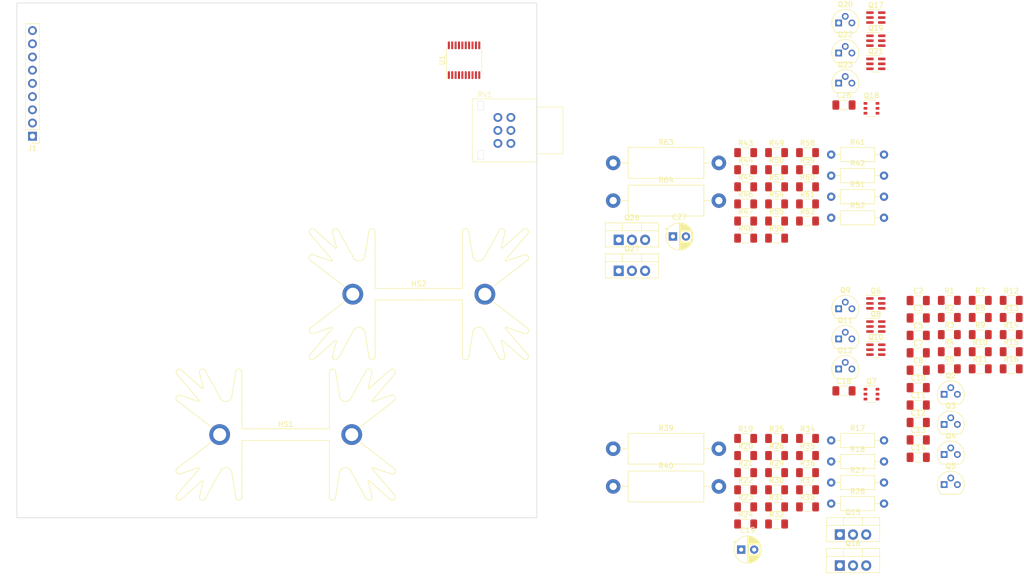
<source format=kicad_pcb>
(kicad_pcb (version 20221018) (generator pcbnew)
  (title_block (title "USB DAC & Headphone Amplifier") (date "2023-03-24") (rev "1") (comment 3 "License: MIT License") (comment 4 "Author: Jona Heinke"))
  (layers (0 "F.Cu" signal) (1 "In1.Cu" signal) (2 "In2.Cu" signal) (31 "B.Cu" signal) (36 "B.SilkS" user "B.Silkscreen") (37 "F.SilkS" user "F.Silkscreen") (38 "B.Mask" user) (39 "F.Mask" user) (44 "Edge.Cuts" user))
  (net 0 "")
  (net 1 "GNDA")
  (net 2 "Net-(U1-LDOO)")
  (net 3 "Net-(U1-CPVDD)")
  (net 4 "Net-(U1-VNEG)")
  (net 5 "+3V3")
  (net 6 "Net-(U1-CAPP)")
  (net 7 "Net-(U1-CAPM)")
  (net 8 "Net-(U1-AVDD)")
  (net 9 "+30V")
  (net 10 "-30V")
  (net 11 "/LRCK")
  (net 12 "/BCK")
  (net 13 "/SCK")
  (net 14 "/DATA")
  (net 15 "/SSPND")
  (net 16 "Net-(C11-Pad2)")
  (net 17 "Net-(C12-Pad2)")
  (net 18 "/AMP_L")
  (net 19 "Net-(Q3-C)")
  (net 20 "Net-(C13-Pad2)")
  (net 21 "Net-(Q4-C)")
  (net 22 "/AMP_R")
  (net 23 "Net-(C14-Pad2)")
  (net 24 "Net-(Q11-C)")
  (net 25 "Net-(Q17A-C)")
  (net 26 "Net-(Q22-C)")
  (net 27 "Net-(Q2-B)")
  (net 28 "Net-(Q2-E)")
  (net 29 "Net-(Q6A-B)")
  (net 30 "Net-(Q6A-C)")
  (net 31 "Net-(Q6B-C)")
  (net 32 "Net-(Q4-B)")
  (net 33 "Net-(Q5-C)")
  (net 34 "Net-(Q8A-E)")
  (net 36 "Net-(Q6B-B)")
  (net 37 "Net-(Q6B-E)")
  (net 38 "Net-(Q6A-E)")
  (net 39 "Net-(Q7A-B)")
  (net 40 "Net-(Q7A-C)")
  (net 41 "Net-(Q11-E)")
  (net 42 "Net-(Q13-E)")
  (net 43 "Net-(Q12-E)")
  (net 44 "Net-(Q14-E)")
  (net 45 "Net-(Q7B-C)")
  (net 46 "Net-(Q8B-E)")
  (net 47 "Net-(Q24-E)")
  (net 48 "Net-(Q12-B)")
  (net 49 "Net-(Q10A-B)")
  (net 50 "Net-(Q10A-C)")
  (net 51 "Net-(Q10B-C)")
  (net 52 "Net-(D11-RA)")
  (net 53 "Net-(D11-GA)")
  (net 54 "Net-(D11-BA)")
  (net 55 "Net-(Q11-B)")
  (net 56 "Net-(Q15-E)")
  (net 57 "Net-(Q16-E)")
  (net 58 "Net-(Q17A-B)")
  (net 59 "Net-(R24-Pad1)")
  (net 60 "Net-(Q17B-B)")
  (net 61 "Net-(Q17B-C)")
  (net 62 "Net-(Q18A-B)")
  (net 63 "Net-(Q18A-C)")
  (net 64 "Net-(Q19B-E)")
  (net 65 "Net-(Q19A-E)")
  (net 66 "Net-(Q17B-E)")
  (net 67 "Net-(Q17A-E)")
  (net 68 "Net-(Q20-E)")
  (net 69 "Net-(Q18B-C)")
  (net 70 "Net-(Q21A-B)")
  (net 71 "Net-(Q21A-C)")
  (net 72 "Net-(Q21B-C)")
  (net 73 "Net-(Q22-B)")
  (net 74 "Net-(Q26-E)")
  (net 75 "Net-(Q25-E)")
  (net 76 "Net-(Q27-E)")
  (net 77 "Net-(K1-Pad10)")
  (net 78 "Net-(K1-Pad3)")
  (net 79 "Net-(D5-K)")
  (net 80 "Net-(Q23-E)")
  (net 81 "Net-(Q22-E)")
  (net 82 "/OUT_L")
  (net 83 "/OUT_R")
  (net 84 "/DAC_L")
  (net 85 "Net-(C16-Pad1)")
  (net 86 "Net-(R21-Pad2)")
  (net 87 "Net-(R32-Pad1)")
  (net 88 "/DAC_R")
  (net 89 "Net-(C24-Pad1)")
  (net 90 "Net-(R45-Pad2)")
  (net 91 "Net-(R48-Pad1)")
  (net 92 "Net-(R56-Pad1)")
  (net 93 "Net-(C17-Pad1)")
  (net 94 "Net-(C25-Pad1)")
  (footprint "Capacitor_SMD:C_1206_3216Metric_Pad1.33x1.80mm_HandSolder" (layer "F.Cu") (at 173.34 60.57)
    (fp_text reference "C3" (at 0 -1.85) (layer "F.SilkS"))
    (fp_text value "2u2")
    (pad "1" smd roundrect (at -1.5625 0) (size 1.325 1.8) (layers "F.Cu" "F.Paste" "F.Mask") (roundrect_rratio 0.188679) (net 3 "Net-(U1-CPVDD)"))
    (pad "2" smd roundrect (at 1.5625 0) (size 1.325 1.8) (layers "F.Cu" "F.Paste" "F.Mask") (roundrect_rratio 0.188679) (net 1 "GNDA"))
  )
  (footprint "Capacitor_SMD:C_1206_3216Metric_Pad1.33x1.80mm_HandSolder" (layer "F.Cu") (at 173.34 87.37)
    (fp_text reference "C14" (at 0 -1.85) (layer "F.SilkS"))
    (fp_text value "10u")
    (pad "1" smd roundrect (at -1.5625 0) (size 1.325 1.8) (layers "F.Cu" "F.Paste" "F.Mask") (roundrect_rratio 0.188679) (net 22 "/AMP_R"))
    (pad "2" smd roundrect (at 1.5625 0) (size 1.325 1.8) (layers "F.Cu" "F.Paste" "F.Mask") (roundrect_rratio 0.188679) (net 23 "Net-(C14-Pad2)"))
  )
  (footprint "Resistor_SMD:R_1206_3216Metric_Pad1.30x1.75mm_HandSolder" (layer "F.Cu") (at 140.15 45.22)
    (fp_text reference "R48" (at 0 -1.82) (layer "F.SilkS"))
    (fp_text value "68")
    (pad "1" smd roundrect (at -1.55 0) (size 1.3 1.75) (layers "F.Cu" "F.Paste" "F.Mask") (roundrect_rratio 0.192308) (net 91 "Net-(R48-Pad1)"))
    (pad "2" smd roundrect (at 1.55 0) (size 1.3 1.75) (layers "F.Cu" "F.Paste" "F.Mask") (roundrect_rratio 0.192308) (net 69 "Net-(Q18B-C)"))
  )
  (footprint "Package_TO_SOT_THT:TO-92" (layer "F.Cu") (at 158.04 64.59)
    (fp_text reference "Q11" (at 1.27 -3.56) (layer "F.SilkS"))
    (fp_text value "NPN")
    (pad "1" thru_hole rect (at 0 0) (size 1.3 1.3) (drill 0.75) (layers "*.Cu" "*.Mask") (net 24 "Net-(Q11-C)"))
    (pad "2" thru_hole circle (at 1.27 -1.27) (size 1.3 1.3) (drill 0.75) (layers "*.Cu" "*.Mask") (net 55 "Net-(Q11-B)"))
    (pad "3" thru_hole circle (at 2.54 0) (size 1.3 1.3) (drill 0.75) (layers "*.Cu" "*.Mask") (net 41 "Net-(Q11-E)"))
  )
  (footprint "library:RK09L12B" (layer "F.Cu") (at 92.5 24.5)
    (fp_text reference "RV1" (at -2.5 -6.9 unlocked) (layer "F.SilkS") (effects (font (thickness 0.1))))
    (fp_text value "10k")
    (fp_rect (start -3.85 -5.65) (end -2.75 -3.85) (stroke (width 0.05)) (fill none) (layer "Edge.Cuts"))
    (fp_rect (start -3.85 3.85) (end -2.75 5.65) (stroke (width 0.05)) (fill none) (layer "Edge.Cuts"))
    (pad "1" thru_hole circle (at 0 -2.5) (size 1.7 1.7) (drill 1) (layers "*.Cu" "*.Mask") (net 85 "Net-(C16-Pad1)"))
    (pad "2" thru_hole circle (at 0 0) (size 1.7 1.7) (drill 1) (layers "*.Cu" "*.Mask") (net 93 "Net-(C17-Pad1)"))
    (pad "3" thru_hole circle (at 0 2.5) (size 1.7 1.7) (drill 1) (layers "*.Cu" "*.Mask") (net 1 "GNDA"))
    (pad "4" thru_hole circle (at 2.5 -2.5) (size 1.7 1.7) (drill 1) (layers "*.Cu" "*.Mask") (net 89 "Net-(C24-Pad1)"))
    (pad "5" thru_hole circle (at 2.5 0) (size 1.7 1.7) (drill 1) (layers "*.Cu" "*.Mask") (net 94 "Net-(C25-Pad1)"))
    (pad "6" thru_hole circle (at 2.5 2.5) (size 1.7 1.7) (drill 1) (layers "*.Cu" "*.Mask") (net 1 "GNDA"))
  )
  (footprint "Capacitor_SMD:C_1206_3216Metric_Pad1.33x1.80mm_HandSolder" (layer "F.Cu") (at 173.34 73.97)
    (fp_text reference "C10" (at 0 -1.85) (layer "F.SilkS"))
    (fp_text value "100n")
    (pad "1" smd roundrect (at -1.5625 0) (size 1.325 1.8) (layers "F.Cu" "F.Paste" "F.Mask") (roundrect_rratio 0.188679) (net 8 "Net-(U1-AVDD)"))
    (pad "2" smd roundrect (at 1.5625 0) (size 1.325 1.8) (layers "F.Cu" "F.Paste" "F.Mask") (roundrect_rratio 0.188679) (net 1 "GNDA"))
  )
  (footprint "Package_TO_SOT_THT:TO-92" (layer "F.Cu") (at 158.04 58.8)
    (fp_text reference "Q9" (at 1.27 -3.56) (layer "F.SilkS"))
    (fp_text value "NPN")
    (pad "1" thru_hole rect (at 0 0) (size 1.3 1.3) (drill 0.75) (layers "*.Cu" "*.Mask") (net 1 "GNDA"))
    (pad "2" thru_hole circle (at 1.27 -1.27) (size 1.3 1.3) (drill 0.75) (layers "*.Cu" "*.Mask") (net 30 "Net-(Q6A-C)"))
    (pad "3" thru_hole circle (at 2.54 0) (size 1.3 1.3) (drill 0.75) (layers "*.Cu" "*.Mask") (net 48 "Net-(Q12-B)"))
  )
  (footprint "Capacitor_SMD:C_1206_3216Metric_Pad1.33x1.80mm_HandSolder" (layer "F.Cu") (at 159.06 74.59)
    (fp_text reference "C18" (at 0 -1.85) (layer "F.SilkS"))
    (fp_text value "30pF")
    (pad "1" smd roundrect (at -1.5625 0) (size 1.325 1.8) (layers "F.Cu" "F.Paste" "F.Mask") (roundrect_rratio 0.188679) (net 30 "Net-(Q6A-C)"))
    (pad "2" smd roundrect (at 1.5625 0) (size 1.325 1.8) (layers "F.Cu" "F.Paste" "F.Mask") (roundrect_rratio 0.188679) (net 41 "Net-(Q11-E)"))
  )
  (footprint "Resistor_SMD:R_1206_3216Metric_Pad1.30x1.75mm_HandSolder" (layer "F.Cu") (at 152.05 35.35)
    (fp_text reference "R60" (at 0 -1.82) (layer "F.SilkS"))
    (fp_text value "22")
    (pad "1" smd roundrect (at -1.55 0) (size 1.3 1.75) (layers "F.Cu" "F.Paste" "F.Mask") (roundrect_rratio 0.192308) (net 10 "-30V"))
    (pad "2" smd roundrect (at 1.55 0) (size 1.3 1.75) (layers "F.Cu" "F.Paste" "F.Mask") (roundrect_rratio 0.192308) (net 80 "Net-(Q23-E)"))
  )
  (footprint "Resistor_SMD:R_1206_3216Metric_Pad1.30x1.75mm_HandSolder" (layer "F.Cu") (at 140.15 90.32)
    (fp_text reference "R21" (at 0 -1.82) (layer "F.SilkS"))
    (fp_text value "430")
    (pad "1" smd roundrect (at -1.55 0) (size 1.3 1.75) (layers "F.Cu" "F.Paste" "F.Mask") (roundrect_rratio 0.192308) (net 38 "Net-(Q6A-E)"))
    (pad "2" smd roundrect (at 1.55 0) (size 1.3 1.75) (layers "F.Cu" "F.Paste" "F.Mask") (roundrect_rratio 0.192308) (net 86 "Net-(R21-Pad2)"))
  )
  (footprint "Resistor_SMD:R_1206_3216Metric_Pad1.30x1.75mm_HandSolder" (layer "F.Cu") (at 140.15 28.77)
    (fp_text reference "R43" (at 0 -1.82) (layer "F.SilkS"))
    (fp_text value "27k")
    (pad "1" smd roundrect (at -1.55 0) (size 1.3 1.75) (layers "F.Cu" "F.Paste" "F.Mask") (roundrect_rratio 0.192308) (net 1 "GNDA"))
    (pad "2" smd roundrect (at 1.55 0) (size 1.3 1.75) (layers "F.Cu" "F.Paste" "F.Mask") (roundrect_rratio 0.192308) (net 63 "Net-(Q18A-C)"))
  )
  (footprint "Resistor_SMD:R_1206_3216Metric_Pad1.30x1.75mm_HandSolder" (layer "F.Cu") (at 152.05 96.9)
    (fp_text reference "R38" (at 0 -1.82) (layer "F.SilkS"))
    (fp_text value "33")
    (pad "1" smd roundrect (at -1.55 0) (size 1.3 1.75) (layers "F.Cu" "F.Paste" "F.Mask") (roundrect_rratio 0.192308) (net 44 "Net-(Q14-E)"))
    (pad "2" smd roundrect (at 1.55 0) (size 1.3 1.75) (layers "F.Cu" "F.Paste" "F.Mask") (roundrect_rratio 0.192308) (net 18 "/AMP_L"))
  )
  (footprint "Resistor_THT:R_Axial_DIN0207_L6.3mm_D2.5mm_P10.16mm_Horizontal" (layer "F.Cu") (at 156.6 37.25)
    (fp_text reference "R51" (at 5.08 -2.37) (layer "F.SilkS"))
    (fp_text value "2k")
    (pad "1" thru_hole circle (at 0 0) (size 1.6 1.6) (drill 0.8) (layers "*.Cu" "*.Mask") (net 1 "GNDA"))
    (pad "2" thru_hole oval (at 10.16 0) (size 1.6 1.6) (drill 0.8) (layers "*.Cu" "*.Mask") (net 60 "Net-(Q17B-B)"))
  )
  (footprint "Resistor_SMD:R_1206_3216Metric_Pad1.30x1.75mm_HandSolder" (layer "F.Cu") (at 146.1 96.9)
    (fp_text reference "R31" (at 0 -1.82) (layer "F.SilkS"))
    (fp_text value "2k2")
    (pad "1" smd roundrect (at -1.55 0) (size 1.3 1.75) (layers "F.Cu" "F.Paste" "F.Mask") (roundrect_rratio 0.192308) (net 55 "Net-(Q11-B)"))
    (pad "2" smd roundrect (at 1.55 0) (size 1.3 1.75) (layers "F.Cu" "F.Paste" "F.Mask") (roundrect_rratio 0.192308) (net 51 "Net-(Q10B-C)"))
  )
  (footprint "Resistor_SMD:R_1206_3216Metric_Pad1.30x1.75mm_HandSolder" (layer "F.Cu") (at 140.15 35.35)
    (fp_text reference "R45" (at 0 -1.82) (layer "F.SilkS"))
    (fp_text value "430")
    (pad "1" smd roundrect (at -1.55 0) (size 1.3 1.75) (layers "F.Cu" "F.Paste" "F.Mask") (roundrect_rratio 0.192308) (net 67 "Net-(Q17A-E)"))
    (pad "2" smd roundrect (at 1.55 0) (size 1.3 1.75) (layers "F.Cu" "F.Paste" "F.Mask") (roundrect_rratio 0.192308) (net 90 "Net-(R45-Pad2)"))
  )
  (footprint "Resistor_SMD:R_1206_3216Metric_Pad1.30x1.75mm_HandSolder" (layer "F.Cu") (at 191.22 63.77)
    (fp_text reference "R14" (at 0 -1.82) (layer "F.SilkS"))
    (fp_text value "1k5")
    (pad "1" smd roundrect (at -1.55 0) (size 1.3 1.75) (layers "F.Cu" "F.Paste" "F.Mask") (roundrect_rratio 0.192308) (net 52 "Net-(D11-RA)"))
    (pad "2" smd roundrect (at 1.55 0) (size 1.3 1.75) (layers "F.Cu" "F.Paste" "F.Mask") (roundrect_rratio 0.192308) (net 19 "Net-(Q3-C)"))
  )
  (footprint "Package_TO_SOT_THT:TO-220-3_Vertical" (layer "F.Cu") (at 115.74 51.51)
    (fp_text reference "Q27" (at 2.54 -4.27) (layer "F.SilkS"))
    (fp_text value "PNP")
    (pad "1" thru_hole rect (at 0 0) (size 1.905 2) (drill 1.1) (layers "*.Cu" "*.Mask") (net 10 "-30V"))
    (pad "2" thru_hole oval (at 2.54 0) (size 1.905 2) (drill 1.1) (layers "*.Cu" "*.Mask") (net 75 "Net-(Q25-E)"))
    (pad "3" thru_hole oval (at 5.08 0) (size 1.905 2) (drill 1.1) (layers "*.Cu" "*.Mask") (net 76 "Net-(Q27-E)"))
  )
  (footprint "Package_SO:SC-74-6_1.5x2.9mm_P0.95mm" (layer "F.Cu") (at 165.19 11.7)
    (fp_text reference "Q21" (at 0 -2.4) (layer "F.SilkS"))
    (fp_text value "PNP")
    (pad "1" smd roundrect (at -1.1375 -0.95) (size 1.425 0.5) (layers "F.Cu" "F.Paste" "F.Mask") (net 70 "Net-(Q21A-B)"))
    (pad "2" smd roundrect (at -1.1375 0) (size 1.425 0.5) (layers "F.Cu" "F.Paste" "F.Mask") (net 71 "Net-(Q21A-C)"))
    (pad "3" smd roundrect (at -1.1375 0.95) (size 1.425 0.5) (layers "F.Cu" "F.Paste" "F.Mask") (net 72 "Net-(Q21B-C)"))
    (pad "4" smd roundrect (at 1.1375 0.95) (size 1.425 0.5) (layers "F.Cu" "F.Paste" "F.Mask") (net 70 "Net-(Q21A-B)"))
    (pad "5" smd roundrect (at 1.1375 0) (size 1.425 0.5) (layers "F.Cu" "F.Paste" "F.Mask") (net 9 "+30V"))
    (pad "6" smd roundrect (at 1.1375 -0.95) (size 1.425 0.5) (layers "F.Cu" "F.Paste" "F.Mask") (net 71 "Net-(Q21A-C)"))
  )
  (footprint "Capacitor_SMD:C_1206_3216Metric_Pad1.33x1.80mm_HandSolder" (layer "F.Cu") (at 173.34 70.62)
    (fp_text reference "C8" (at 0 -1.85) (layer "F.SilkS"))
    (fp_text value "2u2")
    (pad "1" smd roundrect (at -1.5625 0) (size 1.325 1.8) (layers "F.Cu" "F.Paste" "F.Mask") (roundrect_rratio 0.188679) (net 6 "Net-(U1-CAPP)"))
    (pad "2" smd roundrect (at 1.5625 0) (size 1.325 1.8) (layers "F.Cu" "F.Paste" "F.Mask") (roundrect_rratio 0.188679) (net 7 "Net-(U1-CAPM)"))
  )
  (footprint "Package_TO_SOT_THT:TO-92" (layer "F.Cu") (at 178.33 92.62)
    (fp_text reference "Q5" (at 1.27 -3.56) (layer "F.SilkS"))
    (fp_text value "PNP")
    (pad "1" thru_hole rect (at 0 0) (size 1.3 1.3) (drill 0.75) (layers "*.Cu" "*.Mask") (net 33 "Net-(Q5-C)"))
    (pad "2" thru_hole circle (at 1.27 -1.27) (size 1.3 1.3) (drill 0.75) (layers "*.Cu" "*.Mask"))
    (pad "3" thru_hole circle (at 2.54 0) (size 1.3 1.3) (drill 0.75) (layers "*.Cu" "*.Mask") (net 1 "GNDA"))
  )
  (footprint "Package_TO_SOT_THT:TO-92" (layer "F.Cu") (at 178.33 75.25)
    (fp_text reference "Q2" (at 1.27 -3.56) (layer "F.SilkS"))
    (fp_text value "PNP")
    (pad "1" thru_hole rect (at 0 0) (size 1.3 1.3) (drill 0.75) (layers "*.Cu" "*.Mask") (net 10 "-30V"))
    (pad "2" thru_hole circle (at 1.27 -1.27) (size 1.3 1.3) (drill 0.75) (layers "*.Cu" "*.Mask") (net 27 "Net-(Q2-B)"))
    (pad "3" thru_hole circle (at 2.54 0) (size 1.3 1.3) (drill 0.75) (layers "*.Cu" "*.Mask") (net 28 "Net-(Q2-E)"))
  )
  (footprint "Resistor_SMD:R_1206_3216Metric_Pad1.30x1.75mm_HandSolder" (layer "F.Cu") (at 140.15 83.74)
    (fp_text reference "R19" (at 0 -1.82) (layer "F.SilkS"))
    (fp_text value "27k")
    (pad "1" smd roundrect (at -1.55 0) (size 1.3 1.75) (layers "F.Cu" "F.Paste" "F.Mask") (roundrect_rratio 0.192308) (net 1 "GNDA"))
    (pad "2" smd roundrect (at 1.55 0) (size 1.3 1.75) (layers "F.Cu" "F.Paste" "F.Mask") (roundrect_rratio 0.192308) (net 40 "Net-(Q7A-C)"))
  )
  (footprint "Package_TO_SOT_THT:TO-220-3_Vertical" (layer "F.Cu") (at 158.26 102.22)
    (fp_text reference "Q15" (at 2.54 -4.27) (layer "F.SilkS"))
    (fp_text value "NPN")
    (pad "1" thru_hole rect (at 0 0) (size 1.905 2) (drill 1.1) (layers "*.Cu" "*.Mask") (net 9 "+30V"))
    (pad "2" thru_hole oval (at 2.54 0) (size 1.905 2) (drill 1.1) (layers "*.Cu" "*.Mask") (net 42 "Net-(Q13-E)"))
    (pad "3" thru_hole oval (at 5.08 0) (size 1.905 2) (drill 1.1) (layers "*.Cu" "*.Mask") (net 56 "Net-(Q15-E)"))
  )
  (footprint "Package_TO_SOT_THT:TO-92" (layer "F.Cu") (at 158.04 70.38)
    (fp_text reference "Q12" (at 1.27 -3.56) (layer "F.SilkS"))
    (fp_text value "NPN")
    (pad "1" thru_hole rect (at 0 0) (size 1.3 1.3) (drill 0.75) (layers "*.Cu" "*.Mask") (net 41 "Net-(Q11-E)"))
    (pad "2" thru_hole circle (at 1.27 -1.27) (size 1.3 1.3) (drill 0.75) (layers "*.Cu" "*.Mask") (net 48 "Net-(Q12-B)"))
    (pad "3" thru_hole circle (at 2.54 0) (size 1.3 1.3) (drill 0.75) (layers "*.Cu" "*.Mask") (net 43 "Net-(Q12-E)"))
  )
  (footprint "Resistor_SMD:R_1206_3216Metric_Pad1.30x1.75mm_HandSolder" (layer "F.Cu") (at 152.05 41.93)
    (fp_text reference "R62" (at 0 -1.82) (layer "F.SilkS"))
    (fp_text value "33")
    (pad "1" smd roundrect (at -1.55 0) (size 1.3 1.75) (layers "F.Cu" "F.Paste" "F.Mask") (roundrect_rratio 0.192308) (net 75 "Net-(Q25-E)"))
    (pad "2" smd roundrect (at 1.55 0) (size 1.3 1.75) (layers "F.Cu" "F.Paste" "F.Mask") (roundrect_rratio 0.192308) (net 22 "/AMP_R"))
  )
  (footprint "Package_TO_SOT_THT:TO-92" (layer "F.Cu") (at 158.04 15.41)
    (fp_text reference "Q23" (at 1.27 -3.56) (layer "F.SilkS"))
    (fp_text value "NPN")
    (pad "1" thru_hole rect (at 0 0) (size 1.3 1.3) (drill 0.75) (layers "*.Cu" "*.Mask") (net 81 "Net-(Q22-E)"))
    (pad "2" thru_hole circle (at 1.27 -1.27) (size 1.3 1.3) (drill 0.75) (layers "*.Cu" "*.Mask") (net 68 "Net-(Q20-E)"))
    (pad "3" thru_hole circle (at 2.54 0) (size 1.3 1.3) (drill 0.75) (layers "*.Cu" "*.Mask") (net 80 "Net-(Q23-E)"))
  )
  (footprint "Resistor_SMD:R_1206_3216Metric_Pad1.30x1.75mm_HandSolder" (layer "F.Cu") (at 179.32 67.06)
    (fp_text reference "R4" (at 0 -1.82) (layer "F.SilkS"))
    (fp_text value "16")
    (pad "1" smd roundrect (at -1.55 0) (size 1.3 1.75) (layers "F.Cu" "F.Paste" "F.Mask") (roundrect_rratio 0.192308) (net 78 "Net-(K1-Pad3)"))
    (pad "2" smd roundrect (at 1.55 0) (size 1.3 1.75) (layers "F.Cu" "F.Paste" "F.Mask") (roundrect_rratio 0.192308) (net 1 "GNDA"))
  )
  (footprint "Capacitor_SMD:C_1206_3216Metric_Pad1.33x1.80mm_HandSolder" (layer "F.Cu") (at 173.34 57.22)
    (fp_text reference "C2" (at 0 -1.85) (layer "F.SilkS"))
    (fp_text value "100n")
    (pad "1" smd roundrect (at -1.5625 0) (size 1.325 1.8) (layers "F.Cu" "F.Paste" "F.Mask") (roundrect_rratio 0.188679) (net 1 "GNDA"))
    (pad "2" smd roundrect (at 1.5625 0) (size 1.325 1.8) (layers "F.Cu" "F.Paste" "F.Mask") (roundrect_rratio 0.188679) (net 2 "Net-(U1-LDOO)"))
  )
  (footprint "Package_SO:SC-74-6_1.5x2.9mm_P0.95mm" (layer "F.Cu") (at 165.19 62.22)
    (fp_text reference "Q8" (at 0 -2.4) (layer "F.SilkS"))
    (fp_text value "NPN")
    (pad "1" smd roundrect (at -1.1375 -0.95) (size 1.425 0.5) (layers "F.Cu" "F.Paste" "F.Mask") (net 31 "Net-(Q6B-C)"))
    (pad "2" smd roundrect (at -1.1375 0) (size 1.425 0.5) (layers "F.Cu" "F.Paste" "F.Mask") (net 31 "Net-(Q6B-C)"))
    (pad "3" smd roundrect (at -1.1375 0.95) (size 1.425 0.5) (layers "F.Cu" "F.Paste" "F.Mask") (net 31 "Net-(Q6B-C)"))
    (pad "4" smd roundrect (at 1.1375 0.95) (size 1.425 0.5) (layers "F.Cu" "F.Paste" "F.Mask") (net 46 "Net-(Q8B-E)"))
    (pad "5" smd roundrect (at 1.1375 0) (size 1.425 0.5) (layers "F.Cu" "F.Paste" "F.Mask") (net 34 "Net-(Q8A-E)"))
    (pad "6" smd roundrect (at 1.1375 -0.95) (size 1.425 0.5) (layers "F.Cu" "F.Paste" "F.Mask") (net 30 "Net-(Q6A-C)"))
  )
  (footprint "Package_SO:TSSOP-20_4.4x6.5mm_P0.65mm" (layer "F.Cu") (at 86 11 90)
    (fp_text reference "U1" (at 0 -4.2 90) (layer "F.SilkS"))
    (fp_text value "PCM510xA")
    (pad "1" smd roundrect (at -2.8625 -2.925 90) (size 1.475 0.4) (layers "F.Cu" "F.Paste" "F.Mask") (net 3 "Net-(U1-CPVDD)"))
    (pad "2" smd roundrect (at -2.8625 -2.275 90) (size 1.475 0.4) (layers "F.Cu" "F.Paste" "F.Mask") (net 6 "Net-(U1-CAPP)"))
    (pad "3" smd roundrect (at -2.8625 -1.625 90) (size 1.475 0.4) (layers "F.Cu" "F.Paste" "F.Mask") (net 1 "GNDA"))
    (pad "4" smd roundrect (at -2.8625 -0.975 90) (size 1.475 0.4) (layers "F.Cu" "F.Paste" "F.Mask") (net 7 "Net-(U1-CAPM)"))
    (pad "5" smd roundrect (at -2.8625 -0.325 90) (size 1.475 0.4) (layers "F.Cu" "F.Paste" "F.Mask") (net 4 "Net-(U1-VNEG)"))
    (pad "6" smd roundrect (at -2.8625 0.325 90) (size 1.475 0.4) (layers "F.Cu" "F.Paste" "F.Mask") (net 84 "/DAC_L"))
    (pad "7" smd roundrect (at -2.8625 0.975 90) (size 1.475 0.4) (layers "F.Cu" "F.Paste" "F.Mask") (net 88 "/DAC_R"))
    (pad "8" smd roundrect (at -2.8625 1.625 90) (size 1.475 0.4) (layers "F.Cu" "F.Paste" "F.Mask") (net 8 "Net-(U1-AVDD)"))
    (pad "9" smd roundrect (at -2.8625 2.275 90) (size 1.475 0.4) (layers "F.Cu" "F.Paste" "F.Mask") (net 1 "GNDA"))
    (pad "10" smd roundrect (at -2.8625 2.925 90) (size 1.475 0.4) (layers "F.Cu" "F.Paste" "F.Mask") (net 1 "GNDA"))
    (pad "11" smd roundrect (at 2.8625 2.925 90) (size 1.475 0.4) (layers "F.Cu" "F.Paste" "F.Mask") (net 1 "GNDA"))
    (pad "12" smd roundrect (at 2.8625 2.275 90) (size 1.475 0.4) (layers "F.Cu" "F.Paste" "F.Mask") (net 13 "/SCK"))
    (pad "13" smd roundrect (at 2.8625 1.625 90) (size 1.475 0.4) (layers "F.Cu" "F.Paste" "F.Mask") (net 12 "/BCK"))
    (pad "14" smd roundrect (at 2.8625 0.975 90) (size 1.475 0.4) (layers "F.Cu" "F.Paste" "F.Mask") (net 14 "/DATA"))
    (pad "15" smd roundrect (at 2.8625 0.325 90) (size 1.475 0.4) (layers "F.Cu" "F.Paste" "F.Mask") (net 11 "/LRCK"))
    (pad "16" smd roundrect (at 2.8625 -0.325 90) (size 1.475 0.4) (layers "F.Cu" "F.Paste" "F.Mask") (net 1 "GNDA"))
    (pad "17" smd roundrect (at 2.8625 -0.975 90) (size 1.475 0.4) (layers "F.Cu" "F.Paste" "F.Mask") (net 15 "/SSPND"))
    (pad "18" smd roundrect (at 2.8625 -1.625 90) (size 1.475 0.4) (layers "F.Cu" "F.Paste" "F.Mask") (net 2 "Net-(U1-LDOO)"))
    (pad "19" smd roundrect (at 2.8625 -2.275 90) (size 1.475 0.4) (layers "F.Cu" "F.Paste" "F.Mask") (net 1 "GNDA"))
    (pad "20" smd roundrect (at 2.8625 -2.925 90) (size 1.475 0.4) (layers "F.Cu" "F.Paste" "F.Mask") (net 5 "+3V3"))
  )
  (footprint "Resistor_SMD:R_1206_3216Metric_Pad1.30x1.75mm_HandSolder" (layer "F.Cu") (at 146.1 28.77)
    (fp_text reference "R49" (at 0 -1.82) (layer "F.SilkS"))
    (fp_text value "430")
    (pad "1" smd roundrect (at -1.55 0) (size 1.3 1.75) (layers "F.Cu" "F.Paste" "F.Mask") (roundrect_rratio 0.192308) (net 91 "Net-(R48-Pad1)"))
    (pad "2" smd roundrect (at 1.55 0) (size 1.3 1.75) (layers "F.Cu" "F.Paste" "F.Mask") (roundrect_rratio 0.192308) (net 66 "Net-(Q17B-E)"))
  )
  (footprint "Package_TO_SOT_THT:TO-92" (layer "F.Cu") (at 158.04 9.62)
    (fp_text reference "Q22" (at 1.27 -3.56) (layer "F.SilkS"))
    (fp_text value "NPN")
    (pad "1" thru_hole rect (at 0 0) (size 1.3 1.3) (drill 0.75) (layers "*.Cu" "*.Mask") (net 26 "Net-(Q22-C)"))
    (pad "2" thru_hole circle (at 1.27 -1.27) (size 1.3 1.3) (drill 0.75) (layers "*.Cu" "*.Mask") (net 73 "Net-(Q22-B)"))
    (pad "3" thru_hole circle (at 2.54 0) (size 1.3 1.3) (drill 0.75) (layers "*.Cu" "*.Mask") (net 81 "Net-(Q22-E)"))
  )
  (footprint "Resistor_SMD:R_1206_3216Metric_Pad1.30x1.75mm_HandSolder" (layer "F.Cu") (at 140.15 38.64)
    (fp_text reference "R46" (at 0 -1.82) (layer "F.SilkS"))
    (fp_text value "68")
    (pad "1" smd roundrect (at -1.55 0) (size 1.3 1.75) (layers "F.Cu" "F.Paste" "F.Mask") (roundrect_rratio 0.192308) (net 90 "Net-(R45-Pad2)"))
    (pad "2" smd roundrect (at 1.55 0) (size 1.3 1.75) (layers "F.Cu" "F.Paste" "F.Mask") (roundrect_rratio 0.192308) (net 69 "Net-(Q18B-C)"))
  )
  (footprint "Resistor_SMD:R_1206_3216Metric_Pad1.30x1.75mm_HandSolder" (layer "F.Cu") (at 146.1 38.64)
    (fp_text reference "R54" (at 0 -1.82) (layer "F.SilkS"))
    (fp_text value "2k2")
    (pad "1" smd roundrect (at -1.55 0) (size 1.3 1.75) (layers "F.Cu" "F.Paste" "F.Mask") (roundrect_rratio 0.192308) (net 10 "-30V"))
    (pad "2" smd roundrect (at 1.55 0) (size 1.3 1.75) (layers "F.Cu" "F.Paste" "F.Mask") (roundrect_rratio 0.192308) (net 68 "Net-(Q20-E)"))
  )
  (footprint "Resistor_SMD:R_1206_3216Metric_Pad1.30x1.75mm_HandSolder" (layer "F.Cu") (at 140.15 96.9)
    (fp_text reference "R23" (at 0 -1.82) (layer "F.SilkS"))
    (fp_text value "680")
    (pad "1" smd roundrect (at -1.55 0) (size 1.3 1.75) (layers "F.Cu" "F.Paste" "F.Mask") (roundrect_rratio 0.192308) (net 39 "Net-(Q7A-B)"))
    (pad "2" smd roundrect (at 1.55 0) (size 1.3 1.75) (layers "F.Cu" "F.Paste" "F.Mask") (roundrect_rratio 0.192308) (net 9 "+30V"))
  )
  (footprint "Package_SO:SC-74-6_1.5x2.9mm_P0.95mm" (layer "F.Cu") (at 165.19 2.8)
    (fp_text reference "Q17" (at 0 -2.4) (layer "F.SilkS"))
    (fp_text value "PNP")
    (pad "1" smd roundrect (at -1.1375 -0.95) (size 1.425 0.5) (layers "F.Cu" "F.Paste" "F.Mask") (net 58 "Net-(Q17A-B)"))
    (pad "2" smd roundrect (at -1.1375 0) (size 1.425 0.5) (layers "F.Cu" "F.Paste" "F.Mask") (net 60 "Net-(Q17B-B)"))
    (pad "3" smd roundrect (at -1.1375 0.95) (size 1.425 0.5) (layers "F.Cu" "F.Paste" "F.Mask") (net 61 "Net-(Q17B-C)"))
    (pad "4" smd roundrect (at 1.1375 0.95) (size 1.425 0.5) (layers "F.Cu" "F.Paste" "F.Mask") (net 66 "Net-(Q17B-E)"))
    (pad "5" smd roundrect (at 1.1375 0) (size 1.425 0.5) (layers "F.Cu" "F.Paste" "F.Mask") (net 67 "Net-(Q17A-E)"))
    (pad "6" smd roundrect (at 1.1375 -0.95) (size 1.425 0.5) (layers "F.Cu" "F.Paste" "F.Mask") (net 25 "Net-(Q17A-C)"))
  )
  (footprint "Resistor_SMD:R_1206_3216Metric_Pad1.30x1.75mm_HandSolder" (layer "F.Cu") (at 185.27 63.77)
    (fp_text reference "R9" (at 0 -1.82) (layer "F.SilkS"))
    (fp_text value "1k5")
    (pad "1" smd roundrect (at -1.55 0) (size 1.3 1.75) (layers "F.Cu" "F.Paste" "F.Mask") (roundrect_rratio 0.192308) (net 32 "Net-(Q4-B)"))
    (pad "2" smd roundrect (at 1.55 0) (size 1.3 1.75) (layers "F.Cu" "F.Paste" "F.Mask") (roundrect_rratio 0.192308) (net 1 "GNDA"))
  )
  (footprint "Package_SO:SC-74-6_1.5x2.9mm_P0.95mm" (layer "F.Cu") (at 165.19 7.25)
    (fp_text reference "Q19" (at 0 -2.4) (layer "F.SilkS"))
    (fp_text value "NPN")
    (pad "1" smd roundrect (at -1.1375 -0.95) (size 1.425 0.5) (layers "F.Cu" "F.Paste" "F.Mask") (net 61 "Net-(Q17B-C)"))
    (pad "2" smd roundrect (at -1.1375 0) (size 1.425 0.5) (layers "F.Cu" "F.Paste" "F.Mask") (net 61 "Net-(Q17B-C)"))
    (pad "3" smd roundrect (at -1.1375 0.95) (size 1.425 0.5) (layers "F.Cu" "F.Paste" "F.Mask") (net 61 "Net-(Q17B-C)"))
    (pad "4" smd roundrect (at 1.1375 0.95) (size 1.425 0.5) (layers "F.Cu" "F.Paste" "F.Mask") (net 64 "Net-(Q19B-E)"))
    (pad "5" smd roundrect (at 1.1375 0) (size 1.425 0.5) (layers "F.Cu" "F.Paste" "F.Mask") (net 65 "Net-(Q19A-E)"))
    (pad "6" smd roundrect (at 1.1375 -0.95) (size 1.425 0.5) (layers "F.Cu" "F.Paste" "F.Mask") (net 25 "Net-(Q17A-C)"))
  )
  (footprint "Resistor_SMD:R_1206_3216Metric_Pad1.30x1.75mm_HandSolder" (layer "F.Cu") (at 179.32 63.77)
    (fp_text reference "R3" (at 0 -1.82) (layer "F.SilkS"))
    (fp_text value "16")
    (pad "1" smd roundrect (at -1.55 0) (size 1.3 1.75) (layers "F.Cu" "F.Paste" "F.Mask") (roundrect_rratio 0.192308) (net 77 "Net-(K1-Pad10)"))
    (pad "2" smd roundrect (at 1.55 0) (size 1.3 1.75) (layers "F.Cu" "F.Paste" "F.Mask") (roundrect_rratio 0.192308) (net 1 "GNDA"))
  )
  (footprint "Capacitor_SMD:C_1206_3216Metric_Pad1.33x1.80mm_HandSolder" (layer "F.Cu") (at 173.34 84.02)
    (fp_text reference "C13" (at 0 -1.85) (layer "F.SilkS"))
    (fp_text value "10u")
    (pad "1" smd roundrect (at -1.5625 0) (size 1.325 1.8) (layers "F.Cu" "F.Paste" "F.Mask") (roundrect_rratio 0.188679) (net 18 "/AMP_L"))
    (pad "2" smd roundrect (at 1.5625 0) (size 1.325 1.8) (layers "F.Cu" "F.Paste" "F.Mask") (roundrect_rratio 0.188679) (net 20 "Net-(C13-Pad2)"))
  )
  (footprint "Resistor_SMD:R_1206_3216Metric_Pad1.30x1.75mm_HandSolder" (layer "F.Cu") (at 140.15 100.19)
    (fp_text reference "R24" (at 0 -1.82) (layer "F.SilkS"))
    (fp_text value "68")
    (pad "1" smd roundrect (at -1.55 0) (size 1.3 1.75) (layers "F.Cu" "F.Paste" "F.Mask") (roundrect_rratio 0.192308) (net 59 "Net-(R24-Pad1)"))
    (pad "2" smd roundrect (at 1.55 0) (size 1.3 1.75) (layers "F.Cu" "F.Paste" "F.Mask") (roundrect_rratio 0.192308) (net 45 "Net-(Q7B-C)"))
  )
  (footprint "Resistor_THT:R_Axial_DIN0207_L6.3mm_D2.5mm_P10.16mm_Horizontal" (layer "F.Cu") (at 156.6 88.17)
    (fp_text reference "R18" (at 5.08 -2.37) (layer "F.SilkS"))
    (fp_text value "20k")
    (pad "1" thru_hole circle (at 0 0) (size 1.6 1.6) (drill 0.8) (layers "*.Cu" "*.Mask") (net 1 "GNDA"))
    (pad "2" thru_hole oval (at 10.16 0) (size 1.6 1.6) (drill 0.8) (layers "*.Cu" "*.Mask") (net 29 "Net-(Q6A-B)"))
  )
  (footprint "Resistor_SMD:R_1206_3216Metric_Pad1.30x1.75mm_HandSolder" (layer "F.Cu") (at 185.27 60.48)
    (fp_text reference "R8" (at 0 -1.82) (layer "F.SilkS"))
    (fp_text value "2")
    (pad "1" smd roundrect (at -1.55 0) (size 1.3 1.75) (layers "F.Cu" "F.Paste" "F.Mask") (roundrect_rratio 0.192308) (net 23 "Net-(C14-Pad2)"))
    (pad "2" smd roundrect (at 1.55 0) (size 1.3 1.75) (layers "F.Cu" "F.Paste" "F.Mask") (roundrect_rratio 0.192308) (net 83 "/OUT_R"))
  )
  (footprint "Resistor_SMD:R_1206_3216Metric_Pad1.30x1.75mm_HandSolder" (layer "F.Cu") (at 146.1 93.61)
    (fp_text reference "R30" (at 0 -1.82) (layer "F.SilkS"))
    (fp_text value "2k2")
    (pad "1" smd roundrect (at -1.55 0) (size 1.3 1.75) (layers "F.Cu" "F.Paste" "F.Mask") (roundrect_rratio 0.192308) (net 10 "-30V"))
    (pad "2" smd roundrect (at 1.55 0) (size 1.3 1.75) (layers "F.Cu" "F.Paste" "F.Mask") (roundrect_rratio 0.192308) (net 48 "Net-(Q12-B)"))
  )
  (footprint "Package_TO_SOT_THT:TO-220-3_Vertical" (layer "F.Cu") (at 115.74 45.55)
    (fp_text reference "Q26" (at 2.54 -4.27) (layer "F.SilkS"))
    (fp_text value "NPN")
    (pad "1" thru_hole rect (at 0 0) (size 1.905 2) (drill 1.1) (layers "*.Cu" "*.Mask") (net 9 "+30V"))
    (pad "2" thru_hole oval (at 2.54 0) (size 1.905 2) (drill 1.1) (layers "*.Cu" "*.Mask") (net 47 "Net-(Q24-E)"))
    (pad "3" thru_hole oval (at 5.08 0) (size 1.905 2) (drill 1.1) (layers "*.Cu" "*.Mask") (net 74 "Net-(Q26-E)"))
  )
  (footprint "Package_TO_SOT_THT:TO-92" (layer "F.Cu") (at 178.33 81.04)
    (fp_text reference "Q3" (at 1.27 -3.56) (layer "F.SilkS"))
    (fp_text value "PNP")
    (pad "1" thru_hole rect (at 0 0) (size 1.3 1.3) (drill 0.75) (layers "*.Cu" "*.Mask") (net 19 "Net-(Q3-C)"))
    (pad "2" thru_hole circle (at 1.27 -1.27) (size 1.3 1.3) (drill 0.75) (layers "*.Cu" "*.Mask") (net 28 "Net-(Q2-E)"))
    (pad "3" thru_hole circle (at 2.54 0) (size 1.3 1.3) (drill 0.75) (layers "*.Cu" "*.Mask") (net 1 "GNDA"))
  )
  (footprint "Package_SO:SC-74-6_1.5x2.9mm_P0.95mm" (layer "F.Cu") (at 165.19 66.67)
    (fp_text reference "Q10" (at 0 -2.4) (layer "F.SilkS"))
    (fp_text value "PNP")
    (pad "1" smd roundrect (at -1.1375 -0.95) (size 1.425 0.5) (layers "F.Cu" "F.Paste" "F.Mask") (net 49 "Net-(Q10A-B)"))
    (pad "2" smd roundrect (at -1.1375 0) (size 1.425 0.5) (layers "F.Cu" "F.Paste" "F.Mask") (net 50 "Net-(Q10A-C)"))
    (pad "3" smd roundrect (at -1.1375 0.95) (size 1.425 0.5) (layers "F.Cu" "F.Paste" "F.Mask") (net 51 "Net-(Q10B-C)"))
    (pad "4" smd roundrect (at 1.1375 0.95) (size 1.425 0.5) (layers "F.Cu" "F.Paste" "F.Mask") (net 49 "Net-(Q10A-B)"))
    (pad "5" smd roundrect (at 1.1375 0) (size 1.425 0.5) (layers "F.Cu" "F.Paste" "F.Mask") (net 9 "+30V"))
    (pad "6" smd roundrect (at 1.1375 -0.95) (size 1.425 0.5) (layers "F.Cu" "F.Paste" "F.Mask") (net 50 "Net-(Q10A-C)"))
  )
  (footprint "Resistor_SMD:R_1206_3216Metric_Pad1.30x1.75mm_HandSolder" (layer "F.Cu") (at 179.32 60.48)
    (fp_text reference "R2" (at 0 -1.82) (layer "F.SilkS"))
    (fp_text value "16")
    (pad "1" smd roundrect (at -1.55 0) (size 1.3 1.75) (layers "F.Cu" "F.Paste" "F.Mask") (roundrect_rratio 0.192308) (net 17 "Net-(C12-Pad2)"))
    (pad "2" smd roundrect (at 1.55 0) (size 1.3 1.75) (layers "F.Cu" "F.Paste" "F.Mask") (roundrect_rratio 0.192308) (net 22 "/AMP_R"))
  )
  (footprint "Resistor_SMD:R_1206_3216Metric_Pad1.30x1.75mm_HandSolder" (layer "F.Cu") (at 140.15 41.93)
    (fp_text reference "R47" (at 0 -1.82) (layer "F.SilkS"))
    (fp_text value "680")
    (pad "1" smd roundrect (at -1.55 0) (size 1.3 1.75) (layers "F.Cu" "F.Paste" "F.Mask") (roundrect_rratio 0.192308) (net 62 "Net-(Q18A-B)"))
    (pad "2" smd roundrect (at 1.55 0) (size 1.3 1.75) (layers "F.Cu" "F.Paste" "F.Mask") (roundrect_rratio 0.192308) (net 9 "+30V"))
  )
  (footprint "Resistor_SMD:R_1206_3216Metric_Pad1.30x1.75mm_HandSolder" (layer "F.Cu") (at 191.22 70.35)
    (fp_text reference "R16" (at 0 -1.82) (layer "F.SilkS"))
    (fp_text value "1k5")
    (pad "1" smd roundrect (at -1.55 0) (size 1.3 1.75) (layers "F.Cu" "F.Paste" "F.Mask") (roundrect_rratio 0.192308) (net 54 "Net-(D11-BA)"))
    (pad "2" smd roundrect (at 1.55 0) (size 1.3 1.75) (layers "F.Cu" "F.Paste" "F.Mask") (roundrect_rratio 0.192308) (net 33 "Net-(Q5-C)"))
  )
  (footprint "Resistor_SMD:R_1206_3216Metric_Pad1.30x1.75mm_HandSolder" (layer "F.Cu") (at 179.32 70.35)
    (fp_text reference "R5" (at 0 -1.82) (layer "F.SilkS"))
    (fp_text value "680")
    (pad "1" smd roundrect (at -1.55 0) (size 1.3 1.75) (layers "F.Cu" "F.Paste" "F.Mask") (roundrect_rratio 0.192308) (net 79 "Net-(D5-K)"))
    (pad "2" smd roundrect (at 1.55 0) (size 1.3 1.75) (layers "F.Cu" "F.Paste" "F.Mask") (roundrect_rratio 0.192308) (net 9 "+30V"))
  )
  (footprint "Capacitor_THT:CP_Radial_D5.0mm_P2.50mm" (layer "F.Cu") (at 126.169775 44.9)
    (fp_text reference "C27" (at 1.25 -3.75) (layer "F.SilkS"))
    (fp_text value "10u")
    (pad "1" thru_hole rect (at 0 0) (size 1.6 1.6) (drill 0.8) (layers "*.Cu" "*.Mask") (net 26 "Net-(Q22-C)"))
    (pad "2" thru_hole circle (at 2.5 0) (size 1.6 1.6) (drill 0.8) (layers "*.Cu" "*.Mask") (net 81 "Net-(Q22-E)"))
  )
  (footprint "Resistor_SMD:R_1206_3216Metric_Pad1.30x1.75mm_HandSolder" (layer "F.Cu") (at 152.05 93.61)
    (fp_text reference "R37" (at 0 -1.82) (layer "F.SilkS"))
    (fp_text value "33")
    (pad "1" smd roundrect (at -1.55 0) (size 1.3 1.75) (layers "F.Cu" "F.Paste" "F.Mask") (roundrect_rratio 0.192308) (net 18 "/AMP_L"))
    (pad "2" smd roundrect (at 1.55 0) (size 1.3 1.75) (layers "F.Cu" "F.Paste" "F.Mask") (roundrect_rratio 0.192308) (net 42 "Net-(Q13-E)"))
  )
  (footprint "Resistor_SMD:R_1206_3216Metric_Pad1.30x1.75mm_HandSolder" (layer "F.Cu") (at 146.1 100.19)
    (fp_text reference "R32" (at 0 -1.82) (layer "F.SilkS"))
    (fp_text value "680")
    (pad "1" smd roundrect (at -1.55 0) (size 1.3 1.75) (layers "F.Cu" "F.Paste" "F.Mask") (roundrect_rratio 0.192308) (net 87 "Net-(R32-Pad1)"))
    (pad "2" smd roundrect (at 1.55 0) (size 1.3 1.75) (layers "F.Cu" "F.Paste" "F.Mask") (roundrect_rratio 0.192308) (net 55 "Net-(Q11-B)"))
  )
  (footprint "Resistor_SMD:R_1206_3216Metric_Pad1.30x1.75mm_HandSolder" (layer "F.Cu") (at 146.1 32.06)
    (fp_text reference "R50" (at 0 -1.82) (layer "F.SilkS"))
    (fp_text value "470")
    (pad "1" smd roundrect (at -1.55 0) (size 1.3 1.75) (layers "F.Cu" "F.Paste" "F.Mask") (roundrect_rratio 0.192308) (net 10 "-30V"))
    (pad "2" smd roundrect (at 1.55 0) (size 1.3 1.75) (layers "F.Cu" "F.Paste" "F.Mask") (roundrect_rratio 0.192308) (net 64 "Net-(Q19B-E)"))
  )
  (footprint "Resistor_SMD:R_1206_3216Metric_Pad1.30x1.75mm_HandSolder" (layer "F.Cu") (at 140.15 32.06)
    (fp_text reference "R44" (at 0 -1.82) (layer "F.SilkS"))
    (fp_text value "470")
    (pad "1" smd roundrect (at -1.55 0) (size 1.3 1.75) (layers "F.Cu" "F.Paste" "F.Mask") (roundrect_rratio 0.192308) (net 10 "-30V"))
    (pad "2" smd roundrect (at 1.55 0) (size 1.3 1.75) (layers "F.Cu" "F.Paste" "F.Mask") (roundrect_rratio 0.192308) (net 65 "Net-(Q19A-E)"))
  )
  (footprint "Capacitor_THT:CP_Radial_D5.0mm_P2.50mm" (layer "F.Cu") (at 139.289775 105.11)
    (fp_text reference "C19" (at 1.25 -3.75) (layer "F.SilkS"))
    (fp_text value "10u")
    (pad "1" thru_hole rect (at 0 0) (size 1.6 1.6) (drill 0.8) (layers "*.Cu" "*.Mask") (net 24 "Net-(Q11-C)"))
    (pad "2" thru_hole circle (at 2.5 0) (size 1.6 1.6) (drill 0.8) (layers "*.Cu" "*.Mask") (net 41 "Net-(Q11-E)"))
  )
  (footprint "Resistor_SMD:R_1206_3216Metric_Pad1.30x1.75mm_HandSolder" (layer "F.Cu") (at 185.27 57.19)
    (fp_text reference "R7" (at 0 -1.82) (layer "F.SilkS"))
    (fp_text value "2")
    (pad "1" smd roundrect (at -1.55 0) (size 1.3 1.75) (layers "F.Cu" "F.Paste" "F.Mask") (roundrect_rratio 0.192308) (net 20 "Net-(C13-Pad2)"))
    (pad "2" smd roundrect (at 1.55 0) (size 1.3 1.75) (layers "F.Cu" "F.Paste" "F.Mask") (roundrect_rratio 0.192308) (net 82 "/OUT_L"))
  )
  (footprint "Resistor_THT:R_Axial_DIN0207_L6.3mm_D2.5mm_P10.16mm_Horizontal" (layer "F.Cu") (at 156.6 96.27)
    (fp_text reference "R28" (at 5.08 -2.37) (layer "F.SilkS"))
    (fp_text value "20k")
    (pad "1" thru_hole circle (at 0 0) (size 1.6 1.6) (drill 0.8) (layers "*.Cu" "*.Mask") (net 36 "Net-(Q6B-B)"))
    (pad "2" thru_hole oval (at 10.16 0) (size 1.6 1.6) (drill 0.8) (layers "*.Cu" "*.Mask") (net 18 "/AMP_L"))
  )
  (footprint "Resistor_SMD:R_1206_3216Metric_Pad1.30x1.75mm_HandSolder" (layer "F.Cu") (at 146.1 87.03)
    (fp_text reference "R26" (at 0 -1.82) (layer "F.SilkS"))
    (fp_text value "470")
    (pad "1" smd roundrect (at -1.55 0) (size 1.3 1.75) (layers "F.Cu" "F.Paste" "F.Mask") (roundrect_rratio 0.192308) (net 10 "-30V"))
    (pad "2" smd roundrect (at 1.55 0) (size 1.3 1.75) (layers "F.Cu" "F.Paste" "F.Mask") (roundrect_rratio 0.192308) (net 46 "Net-(Q8B-E)"))
  )
  (footprint "Resistor_SMD:R_1206_3216Metric_Pad1.30x1.75mm_HandSolder" (layer "F.Cu") (at 185.27 67.06)
    (fp_text reference "R10" (at 0 -1.82) (layer "F.SilkS"))
    (fp_text value "56k")
    (pad "1" smd roundrect (at -1.55 0) (size 1.3 1.75) (layers "F.Cu" "F.Paste" "F.Mask") (roundrect_rratio 0.192308) (net 10 "-30V"))
    (pad "2" smd roundrect (at 1.55 0) (size 1.3 1.75) (layers "F.Cu" "F.Paste" "F.Mask") (roundrect_rratio 0.192308) (net 32 "Net-(Q4-B)"))
  )
  (footprint "Resistor_SMD:R_1206_3216Metric_Pad1.30x1.75mm_HandSolder" (layer "F.Cu") (at 191.22 60.48)
    (fp_text reference "R13" (at 0 -1.82) (layer "F.SilkS"))
    (fp_text value "R")
    (pad "1" smd roundrect (at -1.55 0) (size 1.3 1.75) (layers "F.Cu" "F.Paste" "F.Mask") (roundrect_rratio 0.192308) (net 1 "GNDA"))
    (pad "2" smd roundrect (at 1.55 0) (size 1.3 1.75) (layers "F.Cu" "F.Paste" "F.Mask") (roundrect_rratio 0.192308) (net 28 "Net-(Q2-E)"))
  )
  (footprint "Resistor_THT:R_Axial_DIN0614_L14.3mm_D5.7mm_P20.32mm_Horizontal" (layer "F.Cu") (at 114.68 92.97)
    (fp_text reference "R40" (at 10.16 -3.97) (layer "F.SilkS"))
    (fp_text value "1")
    (pad "1" thru_hole circle (at 0 0) (size 2.8 2.8) (drill 1.4) (layers "*.Cu" "*.Mask") (net 18 "/AMP_L"))
    (pad "2" thru_hole oval (at 20.32 0) (size 2.8 2.8) (drill 1.4) (layers "*.Cu" "*.Mask") (net 57 "Net-(Q16-E)"))
  )
  (footprint "Heatsink:Heatsink_Fischer_SK129-STS_42x25mm_2xDrill2.5mm" (layer "F.Cu") (at 77.3 56)
    (fp_text reference "HS2" (at 0 -2) (layer "F.SilkS"))
    (fp_text value "Heatsink")
    (pad "1" thru_hole circle (at -12.7 0 180) (size 4 4) (drill 2.5) (layers "*.Cu" "*.Mask"))
    (pad "1" thru_hole circle (at 12.7 0) (size 4 4) (drill 2.5) (layers "*.Cu" "*.Mask"))
  )
  (footprint "Resistor_THT:R_Axial_DIN0207_L6.3mm_D2.5mm_P10.16mm_Horizontal" (layer "F.Cu") (at 156.6 84.12)
    (fp_text reference "R17" (at 5.08 -2.37) (layer "F.SilkS"))
    (fp_text value "68")
    (pad "1" thru_hole circle (at 0 0) (size 1.6 1.6) (drill 0.8) (layers "*.Cu" "*.Mask") (net 84 "/DAC_L"))
    (pad "2" thru_hole oval (at 10.16 0) (size 1.6 1.6) (drill 0.8) (layers "*.Cu" "*.Mask") (net 85 "Net-(C16-Pad1)"))
  )
  (footprint "Package_SO:TSOP-6_1.65x3.05mm_P0.95mm" (layer "F.Cu") (at 164.35 75.22)
    (fp_text reference "Q7" (at 0 -2.45) (layer "F.SilkS"))
    (fp_text value "PNP")
    (pad "1" smd rect (at -1.16 -0.95) (size 0.7 0.51) (layers "F.Cu" "F.Paste" "F.Mask") (net 39 "Net-(Q7A-B)"))
    (pad "2" smd rect (at -1.16 0) (size 0.7 0.51) (layers "F.Cu" "F.Paste" "F.Mask") (net 40 "Net-(Q7A-C)"))
    (pad "3" smd rect (at -1.16 0.95) (size 0.7 0.51) (layers "F.Cu" "F.Paste" "F.Mask") (net 45 "Net-(Q7B-C)"))
    (pad "4" smd rect (at 1.16 0.95) (size 0.7 0.51) (layers "F.Cu" "F.Paste" "F.Mask") (net 39 "Net-(Q7A-B)"))
    (pad "5" smd rect (at 1.16 0) (size 0.7 0.51) (layers "F.Cu" "F.Paste" "F.Mask") (net 9 "+30V"))
    (pad "6" smd rect (at 1.16 -0.95) (size 0.7 0.51) (layers "F.Cu" "F.Paste" "F.Mask") (net 40 "Net-(Q7A-C)"))
  )
  (footprint "Capacitor_SMD:C_1206_3216Metric_Pad1.33x1.80mm_HandSolder" (layer "F.Cu") (at 159.06 19.62)
    (fp_text reference "C26" (at 0 -1.85) (layer "F.SilkS"))
    (fp_text value "30pF")
    (pad "1" smd roundrect (at -1.5625 0) (size 1.325 1.8) (layers "F.Cu" "F.Paste" "F.Mask") (roundrect_rratio 0.188679) (net 25 "Net-(Q17A-C)"))
    (pad "2" smd roundrect (at 1.5625 0) (size 1.325 1.8) (layers "F.Cu" "F.Paste" "F.Mask") (roundrect_rratio 0.188679) (net 81 "Net-(Q22-E)"))
  )
  (footprint "Package_TO_SOT_THT:TO-92" (layer "F.Cu") (at 158.04 3.83)
    (fp_text reference "Q20" (at 1.27 -3.56) (layer "F.SilkS"))
    (fp_text value "NPN")
    (pad "1" thru_hole rect (at 0 0) (size 1.3 1.3) (drill 0.75) (layers "*.Cu" "*.Mask") (net 1 "GNDA"))
    (pad "2" thru_hole circle (at 1.27 -1.27) (size 1.3 1.3) (drill 0.75) (layers "*.Cu" "*.Mask") (net 25 "Net-(Q17A-C)"))
    (pad "3" thru_hole circle (at 2.54 0) (size 1.3 1.3) (drill 0.75) (layers "*.Cu" "*.Mask") (net 68 "Net-(Q20-E)"))
  )
  (footprint "Resistor_SMD:R_1206_3216Metric_Pad1.30x1.75mm_HandSolder" (layer "F.Cu") (at 152.05 28.77)
    (fp_text reference "R58" (at 0 -1.82) (layer "F.SilkS"))
    (fp_text value "68")
    (pad "1" smd roundrect (at -1.55 0) (size 1.3 1.75) (layers "F.Cu" "F.Paste" "F.Mask") (roundrect_rratio 0.192308) (net 70 "Net-(Q21A-B)"))
    (pad "2" smd roundrect (at 1.55 0) (size 1.3 1.75) (layers "F.Cu" "F.Paste" "F.Mask") (roundrect_rratio 0.192308) (net 9 "+30V"))
  )
  (footprint "Package_TO_SOT_THT:TO-92" (layer "F.Cu") (at 178.33 86.83)
    (fp_text reference "Q4" (at 1.27 -3.56) (layer "F.SilkS"))
    (fp_text value "PNP")
    (pad "1" thru_hole rect (at 0 0) (size 1.3 1.3) (drill 0.75) (layers "*.Cu" "*.Mask") (net 21 "Net-(Q4-C)"))
    (pad "2" thru_hole circle (at 1.27 -1.27) (size 1.3 1.3) (drill 0.75) (layers "*.Cu" "*.Mask") (net 32 "Net-(Q4-B)"))
    (pad "3" thru_hole circle (at 2.54 0) (size 1.3 1.3) (drill 0.75) (layers "*.Cu" "*.Mask") (net 1 "GNDA"))
  )
  (footprint "Package_SO:TSOP-6_1.65x3.05mm_P0.95mm" (layer "F.Cu") (at 164.35 20.25)
    (fp_text reference "Q18" (at 0 -2.45) (layer "F.SilkS"))
    (fp_text value "PNP")
    (pad "1" smd rect (at -1.16 -0.95) (size 0.7 0.51) (layers "F.Cu" "F.Paste" "F.Mask") (net 62 "Net-(Q18A-B)"))
    (pad "2" smd rect (at -1.16 0) (size 0.7 0.51) (layers "F.Cu" "F.Paste" "F.Mask") (net 63 "Net-(Q18A-C)"))
    (pad "3" smd rect (at -1.16 0.95) (size 0.7 0.51) (layers "F.Cu" "F.Paste" "F.Mask") (net 69 "Net-(Q18B-C)"))
    (pad "4" smd rect (at 1.16 0.95) (size 0.7 0.51) (layers "F.Cu" "F.Paste" "F.Mask") (net 62 "Net-(Q18A-B)"))
    (pad "5" smd rect (at 1.16 0) (size 0.7 0.51) (layers "F.Cu" "F.Paste" "F.Mask") (net 9 "+30V"))
    (pad "6" smd rect (at 1.16 -0.95) (size 0.7 0.51) (layers "F.Cu" "F.Paste" "F.Mask") (net 63 "Net-(Q18A-C)"))
  )
  (footprint "Resistor_SMD:R_1206_3216Metric_Pad1.30x1.75mm_HandSolder" (layer "F.Cu") (at 140.15 93.61)
    (fp_text reference "R22" (at 0 -1.82) (layer "F.SilkS"))
    (fp_text value "68")
    (pad "1" smd roundrect (at -1.55 0) (size 1.3 1.75) (layers "F.Cu" "F.Paste" "F.Mask") (roundrect_rratio 0.192308) (net 86 "Net-(R21-Pad2)"))
    (pad "2" smd roundrect (at 1.55 0) (size 1.3 1.75) (layers "F.Cu" "F.Paste" "F.Mask") (roundrect_rratio 0.192308) (net 45 "Net-(Q7B-C)"))
  )
  (footprint "Resistor_SMD:R_1206_3216Metric_Pad1.30x1.75mm_HandSolder" (layer "F.Cu") (at 146.1 83.74)
    (fp_text reference "R25" (at 0 -1.82) (layer "F.SilkS"))
    (fp_text value "430")
    (pad "1" smd roundrect (at -1.55 0) (size 1.3 1.75) (layers "F.Cu" "F.Paste" "F.Mask") (roundrect_rratio 0.192308) (net 59 "Net-(R24-Pad1)"))
    (pad "2" smd roundrect (at 1.55 0) (size 1.3 1.75) (layers "F.Cu" "F.Paste" "F.Mask") (roundrect_rratio 0.192308) (net 37 "Net-(Q6B-E)"))
  )
  (footprint "Resistor_SMD:R_1206_3216Metric_Pad1.30x1.75mm_HandSolder" (layer "F.Cu") (at 152.05 32.06)
    (fp_text reference "R59" (at 0 -1.82) (layer "F.SilkS"))
    (fp_text value "100")
    (pad "1" smd roundrect (at -1.55 0) (size 1.3 1.75) (layers "F.Cu" "F.Paste" "F.Mask") (roundrect_rratio 0.192308) (net 72 "Net-(Q21B-C)"))
    (pad "2" smd roundrect (at 1.55 0) (size 1.3 1.75) (layers "F.Cu" "F.Paste" "F.Mask") (roundrect_rratio 0.192308) (net 26 "Net-(Q22-C)"))
  )
  (footprint "Resistor_SMD:R_1206_3216Metric_Pad1.30x1.75mm_HandSolder" (layer "F.Cu") (at 146.1 41.93)
    (fp_text reference "R55" (at 0 -1.82) (layer "F.SilkS"))
    (fp_text value "2k2")
    (pad "1" smd roundrect (at -1.55 0) (size 1.3 1.75) (layers "F.Cu" "F.Paste" "F.Mask") (roundrect_rratio 0.192308) (net 73 "Net-(Q22-B)"))
    (pad "2" smd roundrect (at 1.55 0) (size 1.3 1.75) (layers "F.Cu" "F.Paste" "F.Mask") (roundrect_rratio 0.192308) (net 72 "Net-(Q21B-C)"))
  )
  (footprint "Resistor_THT:R_Axial_DIN0614_L14.3mm_D5.7mm_P20.32mm_Horizontal" (layer "F.Cu") (at 114.68 85.72)
    (fp_text reference "R39" (at 10.16 -3.97) (layer "F.SilkS"))
    (fp_text value "1")
    (pad "1" thru_hole circle (at 0 0) (size 2.8 2.8) (drill 1.4) (layers "*.Cu" "*.Mask") (net 56 "Net-(Q15-E)"))
    (pad "2" thru_hole oval (at 20.32 0) (size 2.8 2.8) (drill 1.4) (layers "*.Cu" "*.Mask") (net 18 "/AMP_L"))
  )
  (footprint "Capacitor_SMD:C_1206_3216Metric_Pad1.33x1.80mm_HandSolder" (layer "F.Cu") (at 173.34 67.27)
    (fp_text reference "C7" (at 0 -1.85) (layer "F.SilkS"))
    (fp_text value "100n")
    (pad "1" smd roundrect (at -1.5625 0) (size 1.325 1.8) (layers "F.Cu" "F.Paste" "F.Mask") (roundrect_rratio 0.188679) (net 1 "GNDA"))
    (pad "2" smd roundrect (at 1.5625 0) (size 1.325 1.8) (layers "F.Cu" "F.Paste" "F.Mask") (roundrect_rratio 0.188679) (net 5 "+3V3"))
  )
  (footprint "Resistor_THT:R_Axial_DIN0207_L6.3mm_D2.5mm_P10.16mm_Horizontal" (layer "F.Cu") (at 156.6 33.2)
    (fp_text reference "R42" (at 5.08 -2.37) (layer "F.SilkS"))
    (fp_text value "20k")
    (pad "1" thru_hole circle (at 0 0) (size 1.6 1.6) (drill 0.8) (layers "*.Cu" "*.Mask") (net 1 "GNDA"))
    (pad "2" thru_hole oval (at 10.16 0) (size 1.6 1.6) (drill 0.8) (layers "*.Cu" "*.Mask") (net 58 "Net-(Q17A-B)"))
  )
  (footprint "Resistor_THT:R_Axial_DIN0207_L6.3mm_D2.5mm_P10.16mm_Horizontal" (layer "F.Cu") (at 156.6 29.15)
    (fp_text reference "R41" (at 5.08 -2.37) (layer "F.SilkS"))
    (fp_text value "68")
    (pad "1" thru_hole circle (at 0 0) (size 1.6 1.6) (drill 0.8) (layers "*.Cu" "*.Mask") (net 88 "/DAC_R"))
    (pad "2" thru_hole oval (at 10.16 0) (size 1.6 1.6) (drill 0.8) (layers "*.Cu" "*.Mask") (net 89 "Net-(C24-Pad1)"))
  )
  (footprint "Resistor_THT:R_Axial_DIN0614_L14.3mm_D5.7mm_P20.32mm_Horizontal" (layer "F.Cu") (at 114.68 30.75)
    (fp_text reference "R63" (at 10.16 -3.97) (layer "F.SilkS"))
    (fp_text value "1")
    (pad "1" thru_hole circle (at 0 0) (size 2.8 2.8) (drill 1.4) (layers "*.Cu" "*.Mask") (net 74 "Net-(Q26-E)"))
    (pad "2" thru_hole oval (at 20.32 0) (size 2.8 2.8) (drill 1.4) (layers "*.Cu" "*.Mask") (net 22 "/AMP_R"))
  )
  (footprint "Resistor_SMD:R_1206_3216Metric_Pad1.30x1.75mm_HandSolder" (layer "F.Cu") (at 191.22 57.19)
    (fp_text reference "R12" (at 0 -1.82) (layer "F.SilkS"))
    (fp_text value "22k")
    (pad "1" smd roundrect (at -1.55 0) (size 1.3 1.75) (layers "F.Cu" "F.Paste" "F.Mask") (roundrect_rratio 0.192308) (net 10 "-30V"))
    (pad "2" smd roundrect (at 1.55 0) (size 1.3 1.75) (layers "F.Cu" "F.Paste" "F.Mask") (roundrect_rratio 0.192308) (net 27 "Net-(Q2-B)"))
  )
  (footprint "Resistor_SMD:R_1206_3216Metric_Pad1.30x1.75mm_HandSolder" (layer "F.Cu") (at 146.1 35.35)
    (fp_text reference "R53" (at 0 -1.82) (layer "F.SilkS"))
    (fp_text value "27k")
    (pad "1" smd roundrect (at -1.55 0) (size 1.3 1.75) (layers "F.Cu" "F.Paste" "F.Mask") (roundrect_rratio 0.192308) (net 1 "GNDA"))
    (pad "2" smd roundrect (at 1.55 0) (size 1.3 1.75) (layers "F.Cu" "F.Paste" "F.Mask") (roundrect_rratio 0.192308) (net 71 "Net-(Q21A-C)"))
  )
  (footprint "Resistor_SMD:R_1206_3216Metric_Pad1.30x1.75mm_HandSolder" (layer "F.Cu") (at 179.32 57.19)
    (fp_text reference "R1" (at 0 -1.82) (layer "F.SilkS"))
    (fp_text value "16")
    (pad "1" smd roundrect (at -1.55 0) (size 1.3 1.75) (layers "F.Cu" "F.Paste" "F.Mask") (roundrect_rratio 0.192308) (net 16 "Net-(C11-Pad2)"))
    (pad "2" smd roundrect (at 1.55 0) (size 1.3 1.75) (layers "F.Cu" "F.Paste" "F.Mask") (roundrect_rratio 0.192308) (net 18 "/AMP_L"))
  )
  (footprint "Resistor_SMD:R_1206_3216Metric_Pad1.30x1.75mm_HandSolder" (layer "F.Cu") (at 191.22 67.06)
    (fp_text reference "R15" (at 0 -1.82) (layer "F.SilkS"))
    (fp_text value "1k5")
    (pad "1" smd roundrect (at -1.55 0) (size 1.3 1.75) (layers "F.Cu" "F.Paste" "F.Mask") (roundrect_rratio 0.192308) (net 53 "Net-(D11-GA)"))
    (pad "2" smd roundrect (at 1.55 0) (size 1.3 1.75) (layers "F.Cu" "F.Paste" "F.Mask") (roundrect_rratio 0.192308) (net 21 "Net-(Q4-C)"))
  )
  (footprint "Resistor_SMD:R_1206_3216Metric_Pad1.30x1.75mm_HandSolder" (layer "F.Cu") (at 152.05 87.03)
    (fp_text reference "R35" (at 0 -1.82) (layer "F.SilkS"))
    (fp_text value "100")
    (pad "1" smd roundrect (at -1.55 0) (size 1.3 1.75) (layers "F.Cu" "F.Paste" "F.Mask") (roundrect_rratio 0.192308) (net 51 "Net-(Q10B-C)"))
    (pad "2" smd roundrect (at 1.55 0) (size 1.3 1.75) (layers "F.Cu" "F.Paste" "F.Mask") (roundrect_rratio 0.192308) (net 24 "Net-(Q11-C)"))
  )
  (footprint "Package_TO_SOT_THT:TO-220-3_Vertical" (layer "F.Cu") (at 158.26 108.18)
    (fp_text reference "Q16" (at 2.54 -4.27) (layer "F.SilkS"))
    (fp_text value "PNP")
    (pad "1" thru_hole rect (at 0 0) (size 1.905 2) (drill 1.1) (layers "*.Cu" "*.Mask") (net 10 "-30V"))
    (pad "2" thru_hole oval (at 2.54 0) (size 1.905 2) (drill 1.1) (layers "*.Cu" "*.Mask") (net 44 "Net-(Q14-E)"))
    (pad "3" thru_hole oval (at 5.08 0) (size 1.905 2) (drill 1.1) (layers "*.Cu" "*.Mask") (net 57 "Net-(Q16-E)"))
  )
  (footprint "Capacitor_SMD:C_1206_3216Metric_Pad1.33x1.80mm_HandSolder" (layer "F.Cu") (at 173.34 77.32)
    (fp_text reference "C11" (at 0 -1.85) (layer "F.SilkS"))
    (fp_text value "20n")
    (pad "1" smd roundrect (at -1.5625 0) (size 1.325 1.8) (layers "F.Cu" "F.Paste" "F.Mask") (roundrect_rratio 0.188679) (net 1 "GNDA"))
    (pad "2" smd roundrect (at 1.5625 0) (size 1.325 1.8) (layers "F.Cu" "F.Paste" "F.Mask") (roundrect_rratio 0.188679) (net 16 "Net-(C11-Pad2)"))
  )
  (footprint "Capacitor_SMD:C_1206_3216Metric_Pad1.33x1.80mm_HandSolder" (layer "F.Cu") (at 173.34 63.92)
    (fp_text reference "C5" (at 0 -1.85) (layer "F.SilkS"))
    (fp_text value "2u2")
    (pad "1" smd roundrect (at -1.5625 0) (size 1.325 1.8) (layers "F.Cu" "F.Paste" "F.Mask") (roundrect_rratio 0.188679) (net 1 "GNDA"))
    (pad "2" smd roundrect (at 1.5625 0) (size 1.325 1.8) (layers "F.Cu" "F.Paste" "F.Mask") (roundrect_rratio 0.188679) (net 4 "Net-(U1-VNEG)"))
  )
  (footprint "Package_SO:SC-74-6_1.5x2.9mm_P0.95mm" (layer "F.Cu") (at 165.19 57.77)
    (fp_text reference "Q6" (at 0 -2.4) (layer "F.SilkS"))
    (fp_text value "PNP")
    (pad "1" smd roundrect (at -1.1375 -0.95) (size 1.425 0.5) (layers "F.Cu" "F.Paste" "F.Mask") (net 29 "Net-(Q6A-B)"))
    (pad "2" smd roundrect (at -1.1375 0) (size 1.425 0.5) (layers "F.Cu" "F.Paste" "F.Mask") (net 36 "Net-(Q6B-B)"))
    (pad "3" smd roundrect (at -1.1375 0.95) (size 1.425 0.5) (layers "F.Cu" "F.Paste" "F.Mask") (net 31 "Net-(Q6B-C)"))
    (pad "4" smd roundrect (at 1.1375 0.95) (size 1.425 0.5) (layers "F.Cu" "F.Paste" "F.Mask") (net 37 "Net-(Q6B-E)"))
    (pad "5" smd roundrect (at 1.1375 0) (size 1.425 0.5) (layers "F.Cu" "F.Paste" "F.Mask") (net 38 "Net-(Q6A-E)"))
    (pad "6" smd roundrect (at 1.1375 -0.95) (size 1.425 0.5) (layers "F.Cu" "F.Paste" "F.Mask") (net 30 "Net-(Q6A-C)"))
  )
  (footprint "Resistor_SMD:R_1206_3216Metric_Pad1.30x1.75mm_HandSolder" (layer "F.Cu") (at 185.27 70.35)
    (fp_text reference "R11" (at 0 -1.82) (layer "F.SilkS"))
    (fp_text value "500")
    (pad "1" smd roundrect (at -1.55 0) (size 1.3 1.75) (layers "F.Cu" "F.Paste" "F.Mask") (roundrect_rratio 0.192308) (net 27 "Net-(Q2-B)"))
    (pad "2" smd roundrect (at 1.55 0) (size 1.3 1.75) (layers "F.Cu" "F.Paste" "F.Mask") (roundrect_rratio 0.192308) (net 1 "GNDA"))
  )
  (footprint "Heatsink:Heatsink_Fischer_SK129-STS_42x25mm_2xDrill2.5mm" (layer "F.Cu") (at 51.7 83)
    (fp_text reference "HS1" (at 0 -2) (layer "F.SilkS"))
    (fp_text value "Heatsink")
    (pad "1" thru_hole circle (at -12.7 0 180) (size 4 4) (drill 2.5) (layers "*.Cu" "*.Mask"))
    (pad "1" thru_hole circle (at 12.7 0) (size 4 4) (drill 2.5) (layers "*.Cu" "*.Mask"))
  )
  (footprint "Resistor_SMD:R_1206_3216Metric_Pad1.30x1.75mm_HandSolder" (layer "F.Cu") (at 152.05 90.32)
    (fp_text reference "R36" (at 0 -1.82) (layer "F.SilkS"))
    (fp_text value "22")
    (pad "1" smd roundrect (at -1.55 0) (size 1.3 1.75) (layers "F.Cu" "F.Paste" "F.Mask") (roundrect_rratio 0.192308) (net 10 "-30V"))
    (pad "2" smd roundrect (at 1.55 0) (size 1.3 1.75) (layers "F.Cu" "F.Paste" "F.Mask") (roundrect_rratio 0.192308) (net 43 "Net-(Q12-E)"))
  )
  (footprint "Resistor_SMD:R_1206_3216Metric_Pad1.30x1.75mm_HandSolder" (layer "F.Cu") (at 152.05 38.64)
    (fp_text reference "R61" (at 0 -1.82) (layer "F.SilkS"))
    (fp_text value "33")
    (pad "1" smd roundrect (at -1.55 0) (size 1.3 1.75) (layers "F.Cu" "F.Paste" "F.Mask") (roundrect_rratio 0.192308) (net 22 "/AMP_R"))
    (pad "2" smd roundrect (at 1.55 0) (size 1.3 1.75) (layers "F.Cu" "F.Paste" "F.Mask") (roundrect_rratio 0.192308) (net 47 "Net-(Q24-E)"))
  )
  (footprint "Resistor_SMD:R_1206_3216Metric_Pad1.30x1.75mm_HandSolder" (layer "F.Cu") (at 152.05 83.74)
    (fp_text reference "R34" (at 0 -1.82) (layer "F.SilkS"))
    (fp_text value "68")
    (pad "1" smd roundrect (at -1.55 0) (size 1.3 1.75) (layers "F.Cu" "F.Paste" "F.Mask") (roundrect_rratio 0.192308) (net 49 "Net-(Q10A-B)"))
    (pad "2" smd roundrect (at 1.55 0) (size 1.3 1.75) (layers "F.Cu" "F.Paste" "F.Mask") (roundrect_rratio 0.192308) (net 9 "+30V"))
  )
  (footprint "Resistor_THT:R_Axial_DIN0614_L14.3mm_D5.7mm_P20.32mm_Horizontal" (layer "F.Cu") (at 114.68 38)
    (fp_text reference "R64" (at 10.16 -3.97) (layer "F.SilkS"))
    (fp_text value "1")
    (pad "1" thru_hole circle (at 0 0) (size 2.8 2.8) (drill 1.4) (layers "*.Cu" "*.Mask") (net 22 "/AMP_R"))
    (pad "2" thru_hole oval (at 20.32 0) (size 2.8 2.8) (drill 1.4) (layers "*.Cu" "*.Mask") (net 76 "Net-(Q27-E)"))
  )
  (footprint "Resistor_SMD:R_1206_3216Metric_Pad1.30x1.75mm_HandSolder" (layer "F.Cu") (at 146.1 45.22)
    (fp_text reference "R56" (at 0 -1.82) (layer "F.SilkS"))
    (fp_text value "680")
    (pad "1" smd roundrect (at -1.55 0) (size 1.3 1.75) (layers "F.Cu" "F.Paste" "F.Mask") (roundrect_rratio 0.192308) (net 92 "Net-(R56-Pad1)"))
    (pad "2" smd roundrect (at 1.55 0) (size 1.3 1.75) (layers "F.Cu" "F.Paste" "F.Mask") (roundrect_rratio 0.192308) (net 73 "Net-(Q22-B)"))
  )
  (footprint "Connector_PinHeader_2.54mm:PinHeader_1x09_P2.54mm_Vertical" (layer "F.Cu") (at 3 25.62 180)
    (fp_text reference "J1" (at 0 -2.33) (layer "F.SilkS"))
    (fp_text value "Conn_01x09_Pin")
    (pad "1" thru_hole rect (at 0 0 180) (size 1.7 1.7) (drill 1) (layers "*.Cu" "*.Mask") (net 9 "+30V"))
    (pad "2" thru_hole oval (at 0 2.54 180) (size 1.7 1.7) (drill 1) (layers "*.Cu" "*.Mask") (net 10 "-30V"))
    (pad "3" thru_hole oval (at 0 5.08 180) (size 1.7 1.7) (drill 1) (layers "*.Cu" "*.Mask") (net 1 "GNDA"))
    (pad "4" thru_hole oval (at 0 7.62 180) (size 1.7 1.7) (drill 1) (layers "*.Cu" "*.Mask") (net 5 "+3V3"))
    (pad "5" thru_hole oval (at 0 10.16 180) (size 1.7 1.7) (drill 1) (layers "*.Cu" "*.Mask") (net 11 "/LRCK"))
    (pad "6" thru_hole oval (at 0 12.7 180) (size 1.7 1.7) (drill 1) (layers "*.Cu" "*.Mask") (net 12 "/BCK"))
    (pad "7" thru_hole oval (at 0 15.24 180) (size 1.7 1.7) (drill 1) (layers "*.Cu" "*.Mask") (net 13 "/SCK"))
    (pad "8" thru_hole oval (at 0 17.78 180) (size 1.7 1.7) (drill 1) (layers "*.Cu" "*.Mask") (net 14 "/DATA"))
    (pad "9" thru_hole oval (at 0 20.32 180) (size 1.7 1.7) (drill 1) (layers "*.Cu" "*.Mask") (net 15 "/SSPND"))
  )
  (footprint "Resistor_SMD:R_1206_3216Metric_Pad1.30x1.75mm_HandSolder" (layer "F.Cu") (at 146.1 90.32)
    (fp_text reference "R29" (at 0 -1.82) (layer "F.SilkS"))
    (fp_text value "27k")
    (pad "1" smd roundrect (at -1.55 0) (size 1.3 1.75) (layers "F.Cu" "F.Paste" "F.Mask") (roundrect_rratio 0.192308) (net 1 "GNDA"))
    (pad "2" smd roundrect (at 1.55 0) (size 1.3 1.75) (layers "F.Cu" "F.Paste" "F.Mask") (roundrect_rratio 0.192308) (net 50 "Net-(Q10A-C)"))
  )
  (footprint "Capacitor_SMD:C_1206_3216Metric_Pad1.33x1.80mm_HandSolder" (layer "F.Cu") (at 173.34 80.67)
    (fp_text reference "C12" (at 0 -1.85) (layer "F.SilkS"))
    (fp_text value "20n")
    (pad "1" smd roundrect (at -1.5625 0) (size 1.325 1.8) (layers "F.Cu" "F.Paste" "F.Mask") (roundrect_rratio 0.188679) (net 1 "GNDA"))
    (pad "2" smd roundrect (at 1.5625 0) (size 1.325 1.8) (layers "F.Cu" "F.Paste" "F.Mask") (roundrect_rratio 0.188679) (net 17 "Net-(C12-Pad2)"))
  )
  (footprint "Resistor_THT:R_Axial_DIN0207_L6.3mm_D2.5mm_P10.16mm_Horizontal" (layer "F.Cu") (at 156.6 41.3)
    (fp_text reference "R52" (at 5.08 -2.37) (layer "F.SilkS"))
    (fp_text value "20k")
    (pad "1" thru_hole circle (at 0 0) (size 1.6 1.6) (drill 0.8) (layers "*.Cu" "*.Mask") (net 60 "Net-(Q17B-B)"))
    (pad "2" thru_hole oval (at 10.16 0) (size 1.6 1.6) (drill 0.8) (layers "*.Cu" "*.Mask") (net 22 "/AMP_R"))
  )
  (footprint "Resistor_THT:R_Axial_DIN0207_L6.3mm_D2.5mm_P10.16mm_Horizontal" (layer "F.Cu") (at 156.6 92.22)
    (fp_text reference "R27" (at 5.08 -2.37) (layer "F.SilkS"))
    (fp_text value "2k")
    (pad "1" thru_hole circle (at 0 0) (size 1.6 1.6) (drill 0.8) (layers "*.Cu" "*.Mask") (net 1 "GNDA"))
    (pad "2" thru_hole oval (at 10.16 0) (size 1.6 1.6) (drill 0.8) (layers "*.Cu" "*.Mask") (net 36 "Net-(Q6B-B)"))
  )
  (footprint "Resistor_SMD:R_1206_3216Metric_Pad1.30x1.75mm_HandSolder" (layer "F.Cu") (at 140.15 87.03)
    (fp_text reference "R20" (at 0 -1.82) (layer "F.SilkS"))
    (fp_text value "470")
    (pad "1" smd roundrect (at -1.55 0) (size 1.3 1.75) (layers "F.Cu" "F.Paste" "F.Mask") (roundrect_rratio 0.192308) (net 10 "-30V"))
    (pad "2" smd roundrect (at 1.55 0) (size 1.3 1.75) (layers "F.Cu" "F.Paste" "F.Mask") (roundrect_rratio 0.192308) (net 34 "Net-(Q8A-E)"))
  )
  (gr_rect locked (start 0 0) (end 100 99) (stroke (width 0.1)) (fill none) (layer "Edge.Cuts"))
)
</source>
